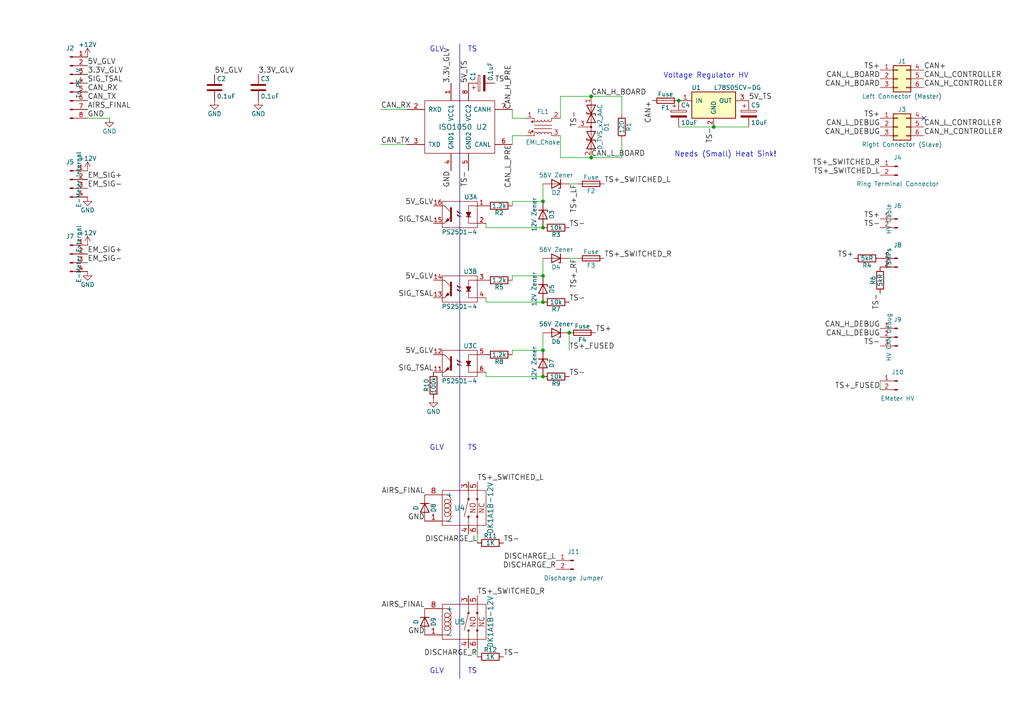
<source format=kicad_sch>
(kicad_sch (version 20230121) (generator eeschema)
  (paper "A4")
  (lib_symbols
    (symbol "Connector_Generic:Conn_02x03_Top_Bottom" (pin_names (offset 1.016) hide)
      (property "Reference" "J" (at 1.27 5.08 0))
      (property "Value" "Conn_02x03_Top_Bottom" (at 1.27 -5.08 0))
      (symbol "Conn_02x03_Top_Bottom_1_1"
        (rectangle (start -1.27 -2.413) (end 0 -2.667) (stroke (width 0.1524)))
        (rectangle (start -1.27 0.127) (end 0 -0.127) (stroke (width 0.1524)))
        (rectangle (start -1.27 2.667) (end 0 2.413) (stroke (width 0.1524)))
        (rectangle (start -1.27 3.81) (end 3.81 -3.81) (stroke (width 0.254)) (fill (type background)))
        (rectangle (start 3.81 -2.413) (end 2.54 -2.667) (stroke (width 0.1524)))
        (rectangle (start 3.81 0.127) (end 2.54 -0.127) (stroke (width 0.1524)))
        (rectangle (start 3.81 2.667) (end 2.54 2.413) (stroke (width 0.1524)))
        (pin passive line (at -5.08 2.54 0) (length 3.81) (name "Pin_1") (number "1"))
        (pin passive line (at -5.08 0 0) (length 3.81) (name "Pin_2") (number "2"))
        (pin passive line (at -5.08 -2.54 0) (length 3.81) (name "Pin_3") (number "3"))
        (pin passive line (at 7.62 2.54 180) (length 3.81) (name "Pin_4") (number "4"))
        (pin passive line (at 7.62 0 180) (length 3.81) (name "Pin_5") (number "5"))
        (pin passive line (at 7.62 -2.54 180) (length 3.81) (name "Pin_6") (number "6"))
      )
    )
    (symbol "Device:C" (pin_numbers hide) (pin_names (offset 0.254))
      (property "Reference" "C" (at 0.635 2.54 0))
      (property "Value" "C" (at 0.635 -2.54 0))
      (symbol "C_0_1"
        (polyline (pts (xy -2.032 -0.762) (xy 2.032 -0.762)) (stroke (width 0.508)))
        (polyline (pts (xy -2.032 0.762) (xy 2.032 0.762)) (stroke (width 0.508)))
      )
      (symbol "C_1_1"
        (pin passive line (at 0 3.81 270) (length 2.794) (name "~") (number "1"))
        (pin passive line (at 0 -3.81 90) (length 2.794) (name "~") (number "2"))
      )
    )
    (symbol "Device:D" (pin_numbers hide) (pin_names (offset 1.016) hide)
      (property "Reference" "D" (at 0 2.54 0))
      (property "Value" "D" (at 0 -2.54 0))
      (symbol "D_0_1"
        (polyline (pts (xy -1.27 1.27) (xy -1.27 -1.27)) (stroke (width 0.254)))
        (polyline (pts (xy 1.27 0) (xy -1.27 0)))
        (polyline (pts (xy 1.27 1.27) (xy 1.27 -1.27) (xy -1.27 0) (xy 1.27 1.27)) (stroke (width 0.254)))
      )
      (symbol "D_1_1"
        (pin passive line (at -3.81 0 0) (length 2.54) (name "K") (number "1"))
        (pin passive line (at 3.81 0 180) (length 2.54) (name "A") (number "2"))
      )
    )
    (symbol "Device:D_Zener" (pin_numbers hide) (pin_names (offset 1.016) hide)
      (property "Reference" "D" (at 0 2.54 0))
      (property "Value" "D_Zener" (at 0 -2.54 0))
      (symbol "D_Zener_0_1"
        (polyline (pts (xy 1.27 0) (xy -1.27 0)))
        (polyline (pts (xy -1.27 -1.27) (xy -1.27 1.27) (xy -0.762 1.27)) (stroke (width 0.254)))
        (polyline (pts (xy 1.27 -1.27) (xy 1.27 1.27) (xy -1.27 0) (xy 1.27 -1.27)) (stroke (width 0.254)))
      )
      (symbol "D_Zener_1_1"
        (pin passive line (at -3.81 0 0) (length 2.54) (name "K") (number "1"))
        (pin passive line (at 3.81 0 180) (length 2.54) (name "A") (number "2"))
      )
    )
    (symbol "Device:Fuse" (pin_numbers hide) (pin_names (offset 0))
      (property "Reference" "F" (at 2.032 0 90))
      (property "Value" "Fuse" (at -1.905 0 90))
      (symbol "Fuse_0_1"
        (rectangle (start -0.762 -2.54) (end 0.762 2.54) (stroke (width 0.254)))
        (polyline (pts (xy 0 2.54) (xy 0 -2.54)))
      )
      (symbol "Fuse_1_1"
        (pin passive line (at 0 3.81 270) (length 1.27) (name "~") (number "1"))
        (pin passive line (at 0 -3.81 90) (length 1.27) (name "~") (number "2"))
      )
    )
    (symbol "Device:R" (pin_numbers hide) (pin_names (offset 0))
      (property "Reference" "R" (at 2.032 0 90))
      (property "Value" "R" (at 0 0 90))
      (symbol "R_0_1"
        (rectangle (start -1.016 -2.54) (end 1.016 2.54) (stroke (width 0.254)))
      )
      (symbol "R_1_1"
        (pin passive line (at 0 3.81 270) (length 1.27) (name "~") (number "1"))
        (pin passive line (at 0 -3.81 90) (length 1.27) (name "~") (number "2"))
      )
    )
    (symbol "FS_FINAL:DK1A1B-12V" (pin_names (offset 1.016))
      (property "Reference" "U" (at -2.54 0 0))
      (property "Value" "DK1A1B-12V" (at 6.35 0 90))
      (symbol "DK1A1B-12V_0_0"
        (text "NC" (at 3.81 0 900) (effects (font (size 1.524 1.524))))
        (text "NO" (at 1.27 0 900) (effects (font (size 1.524 1.524))))
      )
      (symbol "DK1A1B-12V_0_1"
        (arc (start -6.35 -3.81) (mid -5.0855 -2.54) (end -6.35 -1.27) (stroke (width 0.1524)))
        (arc (start -6.35 -2.54) (mid -5.0855 -1.27) (end -6.35 0) (stroke (width 0.1524)))
        (arc (start -6.35 -1.27) (mid -6.9823 -1.905) (end -6.35 -2.54) (stroke (width 0.1524)))
        (arc (start -6.35 -1.27) (mid -5.0855 0) (end -6.35 1.27) (stroke (width 0.1524)))
        (arc (start -6.35 0) (mid -6.9823 -0.635) (end -6.35 -1.27) (stroke (width 0.1524)))
        (arc (start -6.35 0) (mid -5.0855 1.27) (end -6.35 2.54) (stroke (width 0.1524)))
        (arc (start -6.35 1.27) (mid -6.9823 0.635) (end -6.35 0) (stroke (width 0.1524)))
        (arc (start -6.35 1.27) (mid -5.0855 2.54) (end -6.35 3.81) (stroke (width 0.1524)))
        (arc (start -6.35 2.54) (mid -6.9823 1.905) (end -6.35 1.27) (stroke (width 0.1524)))
        (circle (center 0 -2.54) (radius 0.254) (stroke (width 0.1524)) (fill (type outline)))
        (polyline (pts (xy -7.62 -3.81) (xy -6.35 -3.81)) (stroke (width 0.1524)))
        (polyline (pts (xy -7.62 3.81) (xy -6.35 3.81)) (stroke (width 0.1524)))
        (polyline (pts (xy 0 -5.08) (xy 0 -2.54)) (stroke (width 0.1524)))
        (polyline (pts (xy 2.54 -5.08) (xy 2.54 5.08)) (stroke (width 0.1524)) (fill (type outline)))
        (polyline (pts (xy 0 5.08) (xy 0 2.54) (xy -1.27 -2.54)) (stroke (width 0.1524)))
        (circle (center 0 2.54) (radius 0.254) (stroke (width 0.1524)) (fill (type outline)))
        (circle (center 2.54 -2.54) (radius 0.254) (stroke (width 0.1524)) (fill (type outline)))
        (circle (center 2.54 2.54) (radius 0.254) (stroke (width 0.1524)) (fill (type outline)))
        (rectangle (start 5.08 5.08) (end -7.62 -5.08) (stroke (width 0.1524)))
      )
      (symbol "DK1A1B-12V_1_1"
        (pin power_in line (at -12.7 -3.81 0) (length 5.08) (name "-") (number "1"))
        (pin passive line (at 0 7.62 270) (length 2.54) (name "~") (number "3"))
        (pin passive line (at 0 -7.62 90) (length 2.54) (name "~") (number "4"))
        (pin passive line (at 2.54 7.62 270) (length 2.54) (name "~") (number "5"))
        (pin passive line (at 2.54 -7.62 90) (length 2.54) (name "~") (number "6"))
        (pin power_in line (at -12.7 3.81 0) (length 5.08) (name "+") (number "8"))
      )
    )
    (symbol "FS_FINAL:EMI_Choke" (pin_names (offset 0.254) hide)
      (property "Reference" "FL" (at 0 4.445 0))
      (property "Value" "EMI_Choke" (at 0 -4.445 0))
      (property "Datasheet" "http://www.murata.com/~/media/webrenewal/support/library/catalog/products/emc/emifil/c30e.ashx?la=en-gb" (at 0 1.016 90))
      (symbol "EMI_Choke_0_1"
        (circle (center -3.048 -1.27) (radius 0.254) (fill (type outline)))
        (circle (center -3.048 1.524) (radius 0.254) (fill (type outline)))
        (arc (start -2.54 2.032) (mid -2.032 1.5262) (end -1.524 2.032))
        (arc (start -1.524 -2.032) (mid -2.032 -1.5262) (end -2.54 -2.032))
        (arc (start -1.524 2.032) (mid -1.016 1.5262) (end -0.508 2.032))
        (arc (start -0.508 -2.032) (mid -1.016 -1.5262) (end -1.524 -2.032))
        (arc (start -0.508 2.032) (mid 0 1.5262) (end 0.508 2.032))
        (polyline (pts (xy -2.54 -2.032) (xy -2.54 -2.54)))
        (polyline (pts (xy -2.54 0.508) (xy 2.54 0.508)))
        (polyline (pts (xy -2.54 2.032) (xy -2.54 2.54)))
        (polyline (pts (xy 2.54 -2.032) (xy 2.54 -2.54)))
        (polyline (pts (xy 2.54 -0.508) (xy -2.54 -0.508)))
        (polyline (pts (xy 2.54 2.54) (xy 2.54 2.032)))
        (arc (start 0.508 -2.032) (mid 0 -1.5262) (end -0.508 -2.032))
        (arc (start 0.508 2.032) (mid 1.016 1.5262) (end 1.524 2.032))
        (arc (start 1.524 -2.032) (mid 1.016 -1.5262) (end 0.508 -2.032))
        (arc (start 1.524 2.032) (mid 2.032 1.5262) (end 2.54 2.032))
        (arc (start 2.54 -2.032) (mid 2.032 -1.5262) (end 1.524 -2.032))
      )
      (symbol "EMI_Choke_1_1"
        (pin passive line (at -5.08 2.54 0) (length 2.54) (name "1") (number "1"))
        (pin passive line (at 5.08 2.54 180) (length 2.54) (name "2") (number "2"))
        (pin passive line (at 5.08 -2.54 180) (length 2.54) (name "3") (number "3"))
        (pin passive line (at -5.08 -2.54 0) (length 2.54) (name "4") (number "4"))
      )
    )
    (symbol "FS_FINAL:ISO1050" (pin_names (offset 1.016))
      (property "Reference" "U" (at 6.35 0 0))
      (property "Value" "ISO1050" (at -1.27 0 0))
      (symbol "ISO1050_0_1"
        (rectangle (start 10.16 7.62) (end -10.16 -7.62))
      )
      (symbol "ISO1050_1_1"
        (pin power_in line (at -2.54 12.7 270) (length 5.08) (name "VCC1") (number "1"))
        (pin output line (at -15.24 5.08 0) (length 5.08) (name "RXD") (number "2"))
        (pin input line (at -15.24 -5.08 0) (length 5.08) (name "TXD") (number "3"))
        (pin power_in line (at -2.54 -12.7 90) (length 5.08) (name "GND1") (number "4"))
        (pin power_in line (at 2.54 -12.7 90) (length 5.08) (name "GND2") (number "5"))
        (pin bidirectional line (at 15.24 -5.08 180) (length 5.08) (name "CANL") (number "6"))
        (pin bidirectional line (at 15.24 5.08 180) (length 5.08) (name "CANH") (number "7"))
        (pin power_in line (at 2.54 12.7 270) (length 5.08) (name "VCC2") (number "8"))
      )
    )
    (symbol "FS_FINAL:L78S05CV-DG" (pin_names (offset 1.016))
      (property "Reference" "U" (at -5.08 5.08 0))
      (property "Value" "L78S05CV-DG" (at 0 5.08 0))
      (symbol "L78S05CV-DG_0_1"
        (rectangle (start -6.35 3.81) (end 6.35 -3.81) (stroke (width 0.254)) (fill (type background)))
      )
      (symbol "L78S05CV-DG_1_1"
        (pin input line (at -10.16 1.27 0) (length 3.81) (name "IN") (number "1"))
        (pin power_in line (at 0 -6.35 90) (length 2.54) (name "GND") (number "2"))
        (pin power_out line (at 10.16 1.27 180) (length 3.81) (name "OUT") (number "3"))
      )
    )
    (symbol "FS_FINAL:PS2501-4" (pin_names (offset 1.016))
      (property "Reference" "U" (at -5.08 5.08 0))
      (property "Value" "PS2501-4" (at -5.08 -5.08 0))
      (symbol "PS2501-4_0_1"
        (rectangle (start -5.08 3.81) (end 5.08 -3.81))
        (polyline (pts (xy -3.175 -0.635) (xy -1.905 -0.635)) (stroke (width 0.254)))
        (polyline (pts (xy 2.54 0.635) (xy 4.445 2.54)))
        (polyline (pts (xy 4.445 -2.54) (xy 2.54 -0.635)) (fill (type outline)))
        (polyline (pts (xy 4.445 -2.54) (xy 5.08 -2.54)))
        (polyline (pts (xy 4.445 2.54) (xy 5.08 2.54)))
        (polyline (pts (xy -5.08 2.54) (xy -2.54 2.54) (xy -2.54 0.635)))
        (polyline (pts (xy -2.54 -0.635) (xy -2.54 -2.54) (xy -5.08 -2.54)))
        (polyline (pts (xy 2.54 1.905) (xy 2.54 -1.905) (xy 2.54 -1.905)) (stroke (width 0.508)))
        (polyline (pts (xy -2.54 -0.635) (xy -3.175 0.635) (xy -1.905 0.635) (xy -2.54 -0.635)) (stroke (width 0.254)) (fill (type outline)))
        (polyline (pts (xy -0.508 0.254) (xy 0.0254 0.762) (xy 0.0254 0.254) (xy 0.7874 1.016)))
        (polyline (pts (xy 0.7874 1.016) (xy 0.2794 0.762) (xy 0.5334 0.508) (xy 0.7874 1.016)))
        (polyline (pts (xy 3.048 -1.651) (xy 3.556 -1.143) (xy 4.064 -2.159) (xy 3.048 -1.651) (xy 3.048 -1.651)) (fill (type outline)))
        (polyline (pts (xy -0.508 -0.762) (xy 0.0254 -0.254) (xy 0.0254 -0.762) (xy 0.7874 0) (xy 0.2794 -0.254) (xy 0.5334 -0.508) (xy 0.7874 0)))
      )
      (symbol "PS2501-4_1_1"
        (pin passive line (at -7.62 2.54 0) (length 2.54) (name "~") (number "1"))
        (pin passive line (at 7.62 -2.54 180) (length 2.54) (name "~") (number "15"))
        (pin passive line (at 7.62 2.54 180) (length 2.54) (name "~") (number "16"))
        (pin passive line (at -7.62 -2.54 0) (length 2.54) (name "~") (number "2"))
      )
      (symbol "PS2501-4_2_1"
        (pin passive line (at 7.62 -2.54 180) (length 2.54) (name "~") (number "13"))
        (pin passive line (at 7.62 2.54 180) (length 2.54) (name "~") (number "14"))
        (pin passive line (at -7.62 2.54 0) (length 2.54) (name "~") (number "3"))
        (pin passive line (at -7.62 -2.54 0) (length 2.54) (name "~") (number "4"))
      )
      (symbol "PS2501-4_3_1"
        (pin passive line (at 7.62 -2.54 180) (length 2.54) (name "~") (number "11"))
        (pin passive line (at 7.62 2.54 180) (length 2.54) (name "~") (number "12"))
        (pin passive line (at -7.62 2.54 0) (length 2.54) (name "~") (number "5"))
        (pin passive line (at -7.62 -2.54 0) (length 2.54) (name "~") (number "6"))
      )
      (symbol "PS2501-4_4_1"
        (pin passive line (at 7.62 2.54 180) (length 2.54) (name "~") (number "10"))
        (pin passive line (at -7.62 2.54 0) (length 2.54) (name "~") (number "7"))
        (pin passive line (at -7.62 -2.54 0) (length 2.54) (name "~") (number "8"))
        (pin passive line (at 7.62 -2.54 180) (length 2.54) (name "~") (number "9"))
      )
    )
    (symbol "PEBoardHV-rescue:CP-Device" (pin_numbers hide) (pin_names (offset 0.254))
      (property "Reference" "C" (at 0.635 2.54 0))
      (property "Value" "Device_CP" (at 0.635 -2.54 0))
      (symbol "CP-Device_0_1"
        (rectangle (start -2.286 0.508) (end 2.286 1.016))
        (polyline (pts (xy -1.778 2.286) (xy -0.762 2.286)))
        (polyline (pts (xy -1.27 2.794) (xy -1.27 1.778)))
        (rectangle (start 2.286 -0.508) (end -2.286 -1.016) (fill (type outline)))
      )
      (symbol "CP-Device_1_1"
        (pin passive line (at 0 3.81 270) (length 2.794) (name "~") (number "1"))
        (pin passive line (at 0 -3.81 90) (length 2.794) (name "~") (number "2"))
      )
    )
    (symbol "PEBoardHV-rescue:Conn_01x01_Male-Connector" (pin_names (offset 1.016) hide)
      (property "Reference" "J" (at 0 2.54 0))
      (property "Value" "Connector_Conn_01x01_Male" (at 0 -2.54 0))
      (symbol "Conn_01x01_Male-Connector_1_1"
        (polyline (pts (xy 1.27 0) (xy 0.8636 0)) (stroke (width 0.1524)))
        (rectangle (start 0.8636 0.127) (end 0 -0.127) (stroke (width 0.1524)) (fill (type outline)))
        (pin passive line (at 5.08 0 180) (length 3.81) (name "Pin_1") (number "1"))
      )
    )
    (symbol "PEBoardHV-rescue:Conn_01x02_Male-Connector" (pin_names (offset 1.016) hide)
      (property "Reference" "J" (at 0 2.54 0))
      (property "Value" "Connector_Conn_01x02_Male" (at 0 -5.08 0))
      (symbol "Conn_01x02_Male-Connector_1_1"
        (polyline (pts (xy 1.27 -2.54) (xy 0.8636 -2.54)) (stroke (width 0.1524)))
        (polyline (pts (xy 1.27 0) (xy 0.8636 0)) (stroke (width 0.1524)))
        (rectangle (start 0.8636 -2.413) (end 0 -2.667) (stroke (width 0.1524)) (fill (type outline)))
        (rectangle (start 0.8636 0.127) (end 0 -0.127) (stroke (width 0.1524)) (fill (type outline)))
        (pin passive line (at 5.08 0 180) (length 3.81) (name "Pin_1") (number "1"))
        (pin passive line (at 5.08 -2.54 180) (length 3.81) (name "Pin_2") (number "2"))
      )
    )
    (symbol "PEBoardHV-rescue:Conn_01x03_Male-Connector" (pin_names (offset 1.016) hide)
      (property "Reference" "J" (at 0 5.08 0))
      (property "Value" "Connector_Conn_01x03_Male" (at 0 -5.08 0))
      (symbol "Conn_01x03_Male-Connector_1_1"
        (polyline (pts (xy 1.27 -2.54) (xy 0.8636 -2.54)) (stroke (width 0.1524)))
        (polyline (pts (xy 1.27 0) (xy 0.8636 0)) (stroke (width 0.1524)))
        (polyline (pts (xy 1.27 2.54) (xy 0.8636 2.54)) (stroke (width 0.1524)))
        (rectangle (start 0.8636 -2.413) (end 0 -2.667) (stroke (width 0.1524)) (fill (type outline)))
        (rectangle (start 0.8636 0.127) (end 0 -0.127) (stroke (width 0.1524)) (fill (type outline)))
        (rectangle (start 0.8636 2.667) (end 0 2.413) (stroke (width 0.1524)) (fill (type outline)))
        (pin passive line (at 5.08 2.54 180) (length 3.81) (name "Pin_1") (number "1"))
        (pin passive line (at 5.08 0 180) (length 3.81) (name "Pin_2") (number "2"))
        (pin passive line (at 5.08 -2.54 180) (length 3.81) (name "Pin_3") (number "3"))
      )
    )
    (symbol "PEBoardHV-rescue:Conn_01x04_Male-Connector" (pin_names (offset 1.016) hide)
      (property "Reference" "J" (at 0 5.08 0))
      (property "Value" "Connector_Conn_01x04_Male" (at 0 -7.62 0))
      (symbol "Conn_01x04_Male-Connector_1_1"
        (polyline (pts (xy 1.27 -5.08) (xy 0.8636 -5.08)) (stroke (width 0.1524)))
        (polyline (pts (xy 1.27 -2.54) (xy 0.8636 -2.54)) (stroke (width 0.1524)))
        (polyline (pts (xy 1.27 0) (xy 0.8636 0)) (stroke (width 0.1524)))
        (polyline (pts (xy 1.27 2.54) (xy 0.8636 2.54)) (stroke (width 0.1524)))
        (rectangle (start 0.8636 -4.953) (end 0 -5.207) (stroke (width 0.1524)) (fill (type outline)))
        (rectangle (start 0.8636 -2.413) (end 0 -2.667) (stroke (width 0.1524)) (fill (type outline)))
        (rectangle (start 0.8636 0.127) (end 0 -0.127) (stroke (width 0.1524)) (fill (type outline)))
        (rectangle (start 0.8636 2.667) (end 0 2.413) (stroke (width 0.1524)) (fill (type outline)))
        (pin passive line (at 5.08 2.54 180) (length 3.81) (name "Pin_1") (number "1"))
        (pin passive line (at 5.08 0 180) (length 3.81) (name "Pin_2") (number "2"))
        (pin passive line (at 5.08 -2.54 180) (length 3.81) (name "Pin_3") (number "3"))
        (pin passive line (at 5.08 -5.08 180) (length 3.81) (name "Pin_4") (number "4"))
      )
    )
    (symbol "PEBoardHV-rescue:Conn_01x08_Male-Connector" (pin_names (offset 1.016) hide)
      (property "Reference" "J" (at 0 10.16 0))
      (property "Value" "Connector_Conn_01x08_Male" (at 0 -12.7 0))
      (symbol "Conn_01x08_Male-Connector_1_1"
        (polyline (pts (xy 1.27 -10.16) (xy 0.8636 -10.16)) (stroke (width 0.1524)))
        (polyline (pts (xy 1.27 -7.62) (xy 0.8636 -7.62)) (stroke (width 0.1524)))
        (polyline (pts (xy 1.27 -5.08) (xy 0.8636 -5.08)) (stroke (width 0.1524)))
        (polyline (pts (xy 1.27 -2.54) (xy 0.8636 -2.54)) (stroke (width 0.1524)))
        (polyline (pts (xy 1.27 0) (xy 0.8636 0)) (stroke (width 0.1524)))
        (polyline (pts (xy 1.27 2.54) (xy 0.8636 2.54)) (stroke (width 0.1524)))
        (polyline (pts (xy 1.27 5.08) (xy 0.8636 5.08)) (stroke (width 0.1524)))
        (polyline (pts (xy 1.27 7.62) (xy 0.8636 7.62)) (stroke (width 0.1524)))
        (rectangle (start 0.8636 -10.033) (end 0 -10.287) (stroke (width 0.1524)) (fill (type outline)))
        (rectangle (start 0.8636 -7.493) (end 0 -7.747) (stroke (width 0.1524)) (fill (type outline)))
        (rectangle (start 0.8636 -4.953) (end 0 -5.207) (stroke (width 0.1524)) (fill (type outline)))
        (rectangle (start 0.8636 -2.413) (end 0 -2.667) (stroke (width 0.1524)) (fill (type outline)))
        (rectangle (start 0.8636 0.127) (end 0 -0.127) (stroke (width 0.1524)) (fill (type outline)))
        (rectangle (start 0.8636 2.667) (end 0 2.413) (stroke (width 0.1524)) (fill (type outline)))
        (rectangle (start 0.8636 5.207) (end 0 4.953) (stroke (width 0.1524)) (fill (type outline)))
        (rectangle (start 0.8636 7.747) (end 0 7.493) (stroke (width 0.1524)) (fill (type outline)))
        (pin passive line (at 5.08 7.62 180) (length 3.81) (name "Pin_1") (number "1"))
        (pin passive line (at 5.08 5.08 180) (length 3.81) (name "Pin_2") (number "2"))
        (pin passive line (at 5.08 2.54 180) (length 3.81) (name "Pin_3") (number "3"))
        (pin passive line (at 5.08 0 180) (length 3.81) (name "Pin_4") (number "4"))
        (pin passive line (at 5.08 -2.54 180) (length 3.81) (name "Pin_5") (number "5"))
        (pin passive line (at 5.08 -5.08 180) (length 3.81) (name "Pin_6") (number "6"))
        (pin passive line (at 5.08 -7.62 180) (length 3.81) (name "Pin_7") (number "7"))
        (pin passive line (at 5.08 -10.16 180) (length 3.81) (name "Pin_8") (number "8"))
      )
    )
    (symbol "PEBoardHV-rescue:D_TVS_x2_AAC-Device" (pin_names (offset 1.016) hide)
      (property "Reference" "D" (at 0 4.445 0))
      (property "Value" "Device_D_TVS_x2_AAC" (at 0 2.54 0))
      (symbol "D_TVS_x2_AAC-Device_0_0"
        (polyline (pts (xy 0 -1.27) (xy 0 0)))
      )
      (symbol "D_TVS_x2_AAC-Device_0_1"
        (polyline (pts (xy -6.35 0) (xy 6.35 0)))
        (polyline (pts (xy -3.302 1.27) (xy -3.81 1.27) (xy -3.81 -1.27) (xy -4.318 -1.27)) (stroke (width 0.254)))
        (polyline (pts (xy 4.318 1.27) (xy 3.81 1.27) (xy 3.81 -1.27) (xy 3.302 -1.27)) (stroke (width 0.254)))
        (polyline (pts (xy -6.35 1.27) (xy -1.27 -1.27) (xy -1.27 1.27) (xy -6.35 -1.27) (xy -6.35 1.27)) (stroke (width 0.254)))
        (polyline (pts (xy 6.35 1.27) (xy 1.27 -1.27) (xy 1.27 1.27) (xy 6.35 -1.27) (xy 6.35 1.27)) (stroke (width 0.254)))
        (circle (center 0 0) (radius 0.254) (fill (type outline)))
      )
      (symbol "D_TVS_x2_AAC-Device_1_1"
        (pin passive line (at -8.89 0 0) (length 2.54) (name "A1") (number "1"))
        (pin passive line (at 8.89 0 180) (length 2.54) (name "A2") (number "2"))
        (pin input line (at 0 -3.81 90) (length 2.54) (name "common") (number "3"))
      )
    )
    (symbol "power:+12V" (power) (pin_names (offset 0))
      (property "Value" "+12V" (at 0 3.556 0))
      (symbol "+12V_0_1"
        (polyline (pts (xy -0.762 1.27) (xy 0 2.54)))
        (polyline (pts (xy 0 0) (xy 0 2.54)))
        (polyline (pts (xy 0 2.54) (xy 0.762 1.27)))
      )
      (symbol "+12V_1_1"
        (pin power_in line (at 0 0 90) (length 0) hide (name "+12V") (number "1"))
      )
    )
    (symbol "power:GND" (power) (pin_names (offset 0))
      (property "Value" "GND" (at 0 -3.81 0))
      (symbol "GND_0_1"
        (polyline (pts (xy 0 0) (xy 0 -1.27) (xy 1.27 -1.27) (xy 0 -2.54) (xy -1.27 -1.27) (xy 0 -1.27)))
      )
      (symbol "GND_1_1"
        (pin power_in line (at 0 0 270) (length 0) hide (name "GND") (number "1"))
      )
    )
  )
  (junction (at 157.48 87.63))
  (junction (at 157.48 109.22))
  (junction (at 171.45 45.72))
  (junction (at 171.45 27.94))
  (junction (at 196.85 29.21))
  (junction (at 157.48 66.04))
  (junction (at 157.48 58.42))
  (junction (at 157.48 80.01))
  (junction (at 165.1 96.52))
  (junction (at 157.48 101.6))
  (junction (at 207.01 36.83))
  (no_connect (at 267.97 34.29))
  (wire (pts (xy 140.97 66.04) (xy 157.48 66.04)))
  (wire (pts (xy 157.48 58.42) (xy 148.59 58.42)))
  (wire (pts (xy 148.59 39.37) (xy 152.4 39.37)))
  (polyline (pts (xy 133.35 12.7) (xy 133.35 196.85)))
  (wire (pts (xy 162.56 34.29) (xy 162.56 27.94)))
  (wire (pts (xy 140.97 64.77) (xy 140.97 66.04)))
  (wire (pts (xy 138.43 187.96) (xy 138.43 190.5)))
  (wire (pts (xy 157.48 74.93) (xy 157.48 80.01)))
  (wire (pts (xy 148.59 101.6) (xy 148.59 102.87)))
  (wire (pts (xy 180.34 45.72) (xy 180.34 40.64)))
  (wire (pts (xy 140.97 87.63) (xy 157.48 87.63)))
  (wire (pts (xy 167.64 53.34) (xy 165.1 53.34)))
  (wire (pts (xy 140.97 107.95) (xy 140.97 109.22)))
  (wire (pts (xy 157.48 80.01) (xy 148.59 80.01)))
  (wire (pts (xy 180.34 27.94) (xy 180.34 33.02)))
  (wire (pts (xy 167.64 74.93) (xy 165.1 74.93)))
  (wire (pts (xy 138.43 157.48) (xy 138.43 154.94)))
  (wire (pts (xy 148.59 34.29) (xy 152.4 34.29)))
  (wire (pts (xy 110.49 41.91) (xy 118.11 41.91)))
  (wire (pts (xy 255.27 110.49) (xy 255.27 113.03)))
  (wire (pts (xy 140.97 109.22) (xy 157.48 109.22)))
  (wire (pts (xy 31.75 34.29) (xy 25.4 34.29)))
  (wire (pts (xy 110.49 31.75) (xy 118.11 31.75)))
  (wire (pts (xy 157.48 96.52) (xy 157.48 101.6)))
  (wire (pts (xy 165.1 101.6) (xy 165.1 96.52)))
  (wire (pts (xy 148.59 80.01) (xy 148.59 81.28)))
  (wire (pts (xy 196.85 36.83) (xy 207.01 36.83)))
  (wire (pts (xy 162.56 45.72) (xy 171.45 45.72)))
  (wire (pts (xy 171.45 27.94) (xy 180.34 27.94)))
  (wire (pts (xy 207.01 36.83) (xy 217.17 36.83)))
  (wire (pts (xy 140.97 86.36) (xy 140.97 87.63)))
  (wire (pts (xy 171.45 45.72) (xy 180.34 45.72)))
  (wire (pts (xy 162.56 39.37) (xy 162.56 45.72)))
  (wire (pts (xy 148.59 31.75) (xy 148.59 34.29)))
  (wire (pts (xy 148.59 58.42) (xy 148.59 59.69)))
  (wire (pts (xy 148.59 41.91) (xy 148.59 39.37)))
  (wire (pts (xy 157.48 101.6) (xy 148.59 101.6)))
  (wire (pts (xy 162.56 27.94) (xy 171.45 27.94)))
  (wire (pts (xy 157.48 53.34) (xy 157.48 58.42)))
  (text "Voltage Regulator HV" (at 217.17 22.86 0) (effects (font (size 1.524 1.524)) (justify right bottom)))
  (text "GLV      TS" (at 138.43 195.58 0) (effects (font (size 1.524 1.524)) (justify right bottom)))
  (text "GLV      TS" (at 138.43 130.81 0) (effects (font (size 1.524 1.524)) (justify right bottom)))
  (text "Needs (Small) Heat Sink!" (at 195.58 45.72 0) (effects (font (size 1.524 1.524)) (justify left bottom)))
  (text "GLV      TS" (at 138.43 15.24 0) (effects (font (size 1.524 1.524)) (justify right bottom)))
  (label "TS+" (at 172.72 96.52 0) (effects (font (size 1.524 1.524))))
  (label "GND" (at 130.81 49.53 270) (effects (font (size 1.524 1.524))))
  (label "CAN_L_DEBUG" (at 255.27 97.79 180) (effects (font (size 1.524 1.524))))
  (label "TS+" (at 255.27 63.5 180) (effects (font (size 1.524 1.524))))
  (label "CAN_RX" (at 25.4 26.67 0) (effects (font (size 1.524 1.524))))
  (label "CAN_TX" (at 25.4 29.21 0) (effects (font (size 1.524 1.524))))
  (label "CAN_L_DEBUG" (at 255.27 36.83 180) (effects (font (size 1.524 1.524))))
  (label "GND" (at 123.19 151.13 180) (effects (font (size 1.524 1.524))))
  (label "TS+_SWITCHED_R" (at 175.26 74.93 0) (effects (font (size 1.524 1.524))))
  (label "TS+" (at 255.27 20.32 180) (effects (font (size 1.524 1.524))))
  (label "DISCHARGE_L" (at 161.29 162.56 180) (effects (font (size 1.524 1.524))))
  (label "TS-" (at 345.44 153.67 180) (effects (font (size 1.524 1.524))))
  (label "3.3V_GLV" (at 74.93 21.59 0) (effects (font (size 1.524 1.524))))
  (label "CAN_H_DEBUG" (at 255.27 95.25 180) (effects (font (size 1.524 1.524))))
  (label "TS-" (at 255.27 66.04 180) (effects (font (size 1.524 1.524))))
  (label "TS-" (at 165.1 109.22 0) (effects (font (size 1.524 1.524))))
  (label "5V_TS" (at 217.17 29.21 0) (effects (font (size 1.524 1.524))))
  (label "CAN+" (at 189.23 29.21 270) (effects (font (size 1.524 1.524))))
  (label "CAN_L_CONTROLLER" (at 267.97 36.83 0) (effects (font (size 1.524 1.524))))
  (label "3.3V_GLV" (at 25.4 21.59 0) (effects (font (size 1.524 1.524))))
  (label "CAN_RX" (at 110.49 31.75 0) (effects (font (size 1.524 1.524))))
  (label "SIG_TSAL" (at 125.73 86.36 180) (effects (font (size 1.524 1.524))))
  (label "TS-" (at 167.64 36.83 90) (effects (font (size 1.524 1.524))))
  (label "TS+_SWITCHED_R" (at 255.27 48.26 180) (effects (font (size 1.524 1.524))))
  (label "5V_GLV" (at 125.73 81.28 180) (effects (font (size 1.524 1.524))))
  (label "DISCHARGE_L" (at 138.43 157.48 180) (effects (font (size 1.524 1.524))))
  (label "3.3V_GLV" (at 130.81 24.13 90) (effects (font (size 1.524 1.524))))
  (label "CAN_L_BOARD" (at 255.27 22.86 180) (effects (font (size 1.524 1.524))))
  (label "GND" (at 123.19 184.15 180) (effects (font (size 1.524 1.524))))
  (label "TS-" (at 255.27 100.33 180) (effects (font (size 1.524 1.524))))
  (label "SIG_TSAL" (at 125.73 107.95 180) (effects (font (size 1.524 1.524))))
  (label "EM_SIG-" (at 25.4 54.61 0) (effects (font (size 1.524 1.524))))
  (label "TS-" (at 146.05 190.5 0) (effects (font (size 1.524 1.524))))
  (label "TS+_RF" (at 167.64 74.93 270) (effects (font (size 1.524 1.524))))
  (label "TS+_SWITCHED_L" (at 175.26 53.34 0) (effects (font (size 1.524 1.524))))
  (label "TS-" (at 165.1 66.04 0) (effects (font (size 1.524 1.524))))
  (label "CAN_H_CONTROLLER" (at 267.97 39.37 0) (effects (font (size 1.524 1.524))))
  (label "5V_GLV" (at 125.73 102.87 180) (effects (font (size 1.524 1.524))))
  (label "CAN_TX" (at 110.49 41.91 0) (effects (font (size 1.524 1.524))))
  (label "TS-" (at 135.89 49.53 270) (effects (font (size 1.524 1.524))))
  (label "TS+_SWITCHED_R" (at 138.43 172.72 0) (effects (font (size 1.524 1.524))))
  (label "TS-" (at 345.44 161.29 180) (effects (font (size 1.524 1.524))))
  (label "5V_GLV" (at 62.23 21.59 0) (effects (font (size 1.524 1.524))))
  (label "CAN+" (at 267.97 20.32 0) (effects (font (size 1.524 1.524))))
  (label "CAN_H_BOARD" (at 255.27 25.4 180) (effects (font (size 1.524 1.524))))
  (label "TS-" (at 255.27 85.09 270) (effects (font (size 1.524 1.524))))
  (label "TS+_SWITCHED_L" (at 138.43 139.7 0) (effects (font (size 1.524 1.524))))
  (label "AIRS_FINAL" (at 123.19 143.51 180) (effects (font (size 1.524 1.524))))
  (label "SIG_TSAL" (at 25.4 24.13 0) (effects (font (size 1.524 1.524))))
  (label "TS-" (at 334.01 146.05 180) (effects (font (size 1.524 1.524))))
  (label "TS-" (at 165.1 87.63 0) (effects (font (size 1.524 1.524))))
  (label "5V_GLV" (at 25.4 19.05 0) (effects (font (size 1.524 1.524))))
  (label "GND" (at 25.4 34.29 0) (effects (font (size 1.524 1.524))))
  (label "EM_SIG+" (at 25.4 73.66 0) (effects (font (size 1.524 1.524))))
  (label "5V_GLV" (at 125.73 59.69 180) (effects (font (size 1.524 1.524))))
  (label "TS+_FUSED" (at 165.1 101.6 0) (effects (font (size 1.524 1.524))))
  (label "TS-" (at 207.01 36.83 270) (effects (font (size 1.524 1.524))))
  (label "DISCHARGE_R" (at 138.43 190.5 180) (effects (font (size 1.524 1.524))))
  (label "TS-" (at 334.01 153.67 180) (effects (font (size 1.524 1.524))))
  (label "TS+" (at 247.65 74.93 180) (effects (font (size 1.524 1.524))))
  (label "CAN_H_CONTROLLER" (at 267.97 25.4 0) (effects (font (size 1.524 1.524))))
  (label "AIRS_FINAL" (at 25.4 31.75 0) (effects (font (size 1.524 1.524))))
  (label "DISCHARGE_R" (at 161.29 165.1 180) (effects (font (size 1.524 1.524))))
  (label "TS-" (at 334.01 161.29 180) (effects (font (size 1.524 1.524))))
  (label "TS-" (at 345.44 146.05 180) (effects (font (size 1.524 1.524))))
  (label "TS-" (at 322.58 153.67 180) (effects (font (size 1.524 1.524))))
  (label "CAN_L_PRE" (at 148.59 41.91 270) (effects (font (size 1.524 1.524))))
  (label "AIRS_FINAL" (at 123.19 176.53 180) (effects (font (size 1.524 1.524))))
  (label "EM_SIG+" (at 25.4 52.07 0) (effects (font (size 1.524 1.524))))
  (label "TS+_LF" (at 167.64 53.34 270) (effects (font (size 1.524 1.524))))
  (label "TS+_SWITCHED_L" (at 255.27 50.8 180) (effects (font (size 1.524 1.524))))
  (label "CAN_H_PRE" (at 148.59 31.75 90) (effects (font (size 1.524 1.524))))
  (label "CAN_H_BOARD" (at 171.45 27.94 0) (effects (font (size 1.524 1.524))))
  (label "SIG_TSAL" (at 125.73 64.77 180) (effects (font (size 1.524 1.524))))
  (label "CAN_L_BOARD" (at 171.45 45.72 0) (effects (font (size 1.524 1.524))))
  (label "5V_TS" (at 135.89 24.13 90) (effects (font (size 1.524 1.524))))
  (label "TS-" (at 143.51 24.13 0) (effects (font (size 1.524 1.524))))
  (label "TS+_FUSED" (at 255.27 113.03 180) (effects (font (size 1.524 1.524))))
  (label "EM_SIG-" (at 25.4 76.2 0) (effects (font (size 1.524 1.524))))
  (label "TS-" (at 322.58 161.29 180) (effects (font (size 1.524 1.524))))
  (label "TS-" (at 322.58 146.05 180) (effects (font (size 1.524 1.524))))
  (label "CAN_H_DEBUG" (at 255.27 39.37 180) (effects (font (size 1.524 1.524))))
  (label "TS+" (at 255.27 34.29 180) (effects (font (size 1.524 1.524))))
  (label "TS-" (at 146.05 157.48 0) (effects (font (size 1.524 1.524))))
  (label "CAN_L_CONTROLLER" (at 267.97 22.86 0) (effects (font (size 1.524 1.524))))
  (symbol (lib_id "FS_FINAL:ISO1050") (at 133.35 36.83 0) (unit 1)
    (property "Reference" "U2" (at 139.7 36.83 0) (effects (font (size 1.524 1.524))))
    (property "Value" "ISO1050" (at 132.08 36.83 0) (effects (font (size 1.524 1.524))))
    (property "Footprint" "Housings_DIP:DIP-8_W8.89mm_SMDSocket_LongPads" (effects hide))
  )
  (symbol (lib_id "FS_FINAL:DK1A1B-12V") (at 135.89 147.32 0) (unit 1)
    (property "Reference" "U4" (at 133.35 147.32 0) (effects (font (size 1.524 1.524))))
    (property "Value" "DK1A1B-12V" (at 142.24 147.32 90) (effects (font (size 1.524 1.524))))
    (property "Footprint" "FSFootprints:DK1A1B-12V" (effects hide))
  )
  (symbol (lib_id "FS_FINAL:DK1A1B-12V") (at 135.89 180.34 0) (unit 1)
    (property "Reference" "U5" (at 133.35 180.34 0) (effects (font (size 1.524 1.524))))
    (property "Value" "DK1A1B-12V" (at 142.24 180.34 90) (effects (font (size 1.524 1.524))))
    (property "Footprint" "FSFootprints:DK1A1B-12V" (effects hide))
  )
  (symbol (lib_id "Device:R") (at 142.24 157.48 90) (unit 1)
    (property "Reference" "R11" (at 142.24 155.448 90))
    (property "Value" "1K" (at 142.24 157.48 90))
    (property "Footprint" "FSFootprints:TO-220-2_Horizontal_HeatSunk" (effects hide))
  )
  (symbol (lib_id "Device:R") (at 142.24 190.5 90) (unit 1)
    (property "Reference" "R12" (at 142.24 188.468 90))
    (property "Value" "1K" (at 142.24 190.5 90))
    (property "Footprint" "FSFootprints:TO-220-2_Horizontal_HeatSunk" (effects hide))
  )
  (symbol (lib_id "PEBoardHV-rescue:Conn_01x02_Male-Connector") (at 260.35 63.5 0) (mirror y) (unit 1)
    (property "Reference" "J6" (at 260.35 59.69 0))
    (property "Value" "HV Cable" (at 257.81 63.5 90))
    (property "Footprint" "Connectors_Molex:Molex_NanoFit_1x02x2.50mm_Straight" (effects hide))
  )
  (symbol (lib_id "PEBoardHV-rescue:Conn_01x02_Male-Connector") (at 260.35 74.93 0) (mirror y) (unit 1)
    (property "Reference" "J8" (at 260.35 71.12 0))
    (property "Value" "TSMPs" (at 257.81 74.93 90))
    (property "Footprint" "FSFootprints:DT15-2P" (effects hide))
  )
  (symbol (lib_id "Device:R") (at 251.46 74.93 270) (unit 1)
    (property "Reference" "R4" (at 251.46 76.962 90))
    (property "Value" "5kR" (at 251.46 74.93 90))
    (property "Footprint" "Resistors_THT:R_Axial_DIN0414_L11.9mm_D4.5mm_P20.32mm_Horizontal" (effects hide))
  )
  (symbol (lib_id "Device:R") (at 255.27 81.28 180) (unit 1)
    (property "Reference" "R6" (at 253.238 81.28 90))
    (property "Value" "5kR" (at 255.27 81.28 90))
    (property "Footprint" "Resistors_THT:R_Axial_DIN0414_L11.9mm_D4.5mm_P20.32mm_Horizontal" (effects hide))
  )
  (symbol (lib_id "FS_FINAL:L78S05CV-DG") (at 207.01 30.48 0) (unit 1)
    (property "Reference" "U1" (at 201.93 25.4 0))
    (property "Value" "L78S05CV-DG" (at 207.01 25.4 0) (effects (justify left)))
    (property "Footprint" "FSFootprints:TO-220-3_Horizontal_HeatSunk" (effects hide))
  )
  (symbol (lib_id "Device:D_Zener") (at 161.29 53.34 180) (unit 1)
    (property "Reference" "D2" (at 161.29 55.88 0))
    (property "Value" "56V Zener" (at 161.29 50.8 0))
    (property "Footprint" "Diodes_THT:D_A-405_P7.62mm_Horizontal" (effects hide))
  )
  (symbol (lib_id "Device:D_Zener") (at 157.48 62.23 270) (unit 1)
    (property "Reference" "D3" (at 160.02 62.23 0))
    (property "Value" "12V Zener" (at 154.94 62.23 0))
    (property "Footprint" "Diodes_THT:D_A-405_P7.62mm_Horizontal" (effects hide))
  )
  (symbol (lib_id "Device:R") (at 144.78 59.69 270) (unit 1)
    (property "Reference" "R2" (at 144.78 61.722 90))
    (property "Value" "1.2k" (at 144.78 59.69 90))
    (property "Footprint" "Resistors_THT:R_Axial_DIN0207_L6.3mm_D2.5mm_P10.16mm_Horizontal" (effects hide))
  )
  (symbol (lib_id "Device:D_Zener") (at 161.29 74.93 180) (unit 1)
    (property "Reference" "D4" (at 161.29 77.47 0))
    (property "Value" "56V Zener" (at 161.29 72.39 0))
    (property "Footprint" "Diodes_THT:D_A-405_P7.62mm_Horizontal" (effects hide))
  )
  (symbol (lib_id "Device:D_Zener") (at 157.48 83.82 270) (unit 1)
    (property "Reference" "D5" (at 160.02 83.82 0))
    (property "Value" "12V Zener" (at 154.94 83.82 0))
    (property "Footprint" "Diodes_THT:D_A-405_P7.62mm_Horizontal" (effects hide))
  )
  (symbol (lib_id "Device:R") (at 144.78 81.28 270) (unit 1)
    (property "Reference" "R5" (at 144.78 83.312 90))
    (property "Value" "1.2k" (at 144.78 81.28 90))
    (property "Footprint" "Resistors_THT:R_Axial_DIN0207_L6.3mm_D2.5mm_P10.16mm_Horizontal" (effects hide))
  )
  (symbol (lib_id "Device:D_Zener") (at 161.29 96.52 180) (unit 1)
    (property "Reference" "D6" (at 161.29 99.06 0))
    (property "Value" "56V Zener" (at 161.29 93.98 0))
    (property "Footprint" "Diodes_THT:D_A-405_P7.62mm_Horizontal" (effects hide))
  )
  (symbol (lib_id "Device:D_Zener") (at 157.48 105.41 270) (unit 1)
    (property "Reference" "D7" (at 160.02 105.41 0))
    (property "Value" "12V Zener" (at 154.94 105.41 0))
    (property "Footprint" "Diodes_THT:D_A-405_P7.62mm_Horizontal" (effects hide))
  )
  (symbol (lib_id "Device:R") (at 144.78 102.87 270) (unit 1)
    (property "Reference" "R8" (at 144.78 104.902 90))
    (property "Value" "1.2k" (at 144.78 102.87 90))
    (property "Footprint" "Resistors_THT:R_Axial_DIN0207_L6.3mm_D2.5mm_P10.16mm_Horizontal" (effects hide))
  )
  (symbol (lib_id "Device:Fuse") (at 171.45 53.34 270) (unit 1)
    (property "Reference" "F2" (at 171.45 55.372 90))
    (property "Value" "Fuse" (at 171.45 51.435 90))
    (property "Footprint" "FSFootprints:SMD Fuse" (effects hide))
  )
  (symbol (lib_id "Device:Fuse") (at 171.45 74.93 270) (unit 1)
    (property "Reference" "F3" (at 171.45 76.962 90))
    (property "Value" "Fuse" (at 171.45 73.025 90))
    (property "Footprint" "FSFootprints:SMD Fuse" (effects hide))
  )
  (symbol (lib_id "Device:Fuse") (at 168.91 96.52 270) (unit 1)
    (property "Reference" "F4" (at 168.91 98.552 90))
    (property "Value" "Fuse" (at 168.91 94.615 90))
    (property "Footprint" "FSFootprints:SMD Fuse" (effects hide))
  )
  (symbol (lib_id "Device:R") (at 161.29 66.04 270) (unit 1)
    (property "Reference" "R3" (at 161.29 68.072 90))
    (property "Value" "10k" (at 161.29 66.04 90))
    (property "Footprint" "Resistors_THT:R_Axial_DIN0411_L9.9mm_D3.6mm_P12.70mm_Horizontal" (effects hide))
  )
  (symbol (lib_id "Device:R") (at 161.29 87.63 270) (unit 1)
    (property "Reference" "R7" (at 161.29 89.662 90))
    (property "Value" "10k" (at 161.29 87.63 90))
    (property "Footprint" "Resistors_THT:R_Axial_DIN0411_L9.9mm_D3.6mm_P12.70mm_Horizontal" (effects hide))
  )
  (symbol (lib_id "Device:R") (at 161.29 109.22 270) (unit 1)
    (property "Reference" "R9" (at 161.29 111.252 90))
    (property "Value" "10k" (at 161.29 109.22 90))
    (property "Footprint" "Resistors_THT:R_Axial_DIN0411_L9.9mm_D3.6mm_P12.70mm_Horizontal" (effects hide))
  )
  (symbol (lib_id "PEBoardHV-rescue:Conn_01x08_Male-Connector") (at 20.32 24.13 0) (unit 1)
    (property "Reference" "J2" (at 20.32 13.97 0))
    (property "Value" "To PE LV" (at 22.86 24.13 90))
    (property "Footprint" "Connectors_Molex:Molex_NanoFit_2x04x2.50mm_Straight" (effects hide))
  )
  (symbol (lib_id "PEBoardHV-rescue:Conn_01x03_Male-Connector") (at 260.35 97.79 0) (mirror y) (unit 1)
    (property "Reference" "J9" (at 260.35 92.71 0))
    (property "Value" "HV CAN Debug" (at 257.81 97.79 90))
    (property "Footprint" "Connectors_Molex:Molex_NanoFit_1x03x2.50mm_Straight" (effects hide))
  )
  (symbol (lib_id "power:+12V") (at 25.4 16.51 0) (unit 1)
    (property "Reference" "#PWR01" (effects hide))
    (property "Value" "+12V" (at 25.4 12.954 0))
  )
  (symbol (lib_id "PEBoardHV-rescue:Conn_01x04_Male-Connector") (at 20.32 52.07 0) (unit 1)
    (property "Reference" "J5" (at 20.32 46.99 0))
    (property "Value" "E-Meter Internal" (at 22.86 52.07 90))
    (property "Footprint" "Connectors_Molex:Molex_NanoFit_2x02x2.50mm_Straight" (effects hide))
  )
  (symbol (lib_id "power:GND") (at 31.75 34.29 0) (unit 1)
    (property "Reference" "#PWR02" (effects hide))
    (property "Value" "GND" (at 31.75 38.1 0))
  )
  (symbol (lib_id "power:GND") (at 25.4 57.15 0) (unit 1)
    (property "Reference" "#PWR03" (effects hide))
    (property "Value" "GND" (at 25.4 60.96 0))
  )
  (symbol (lib_id "power:+12V") (at 25.4 49.53 0) (unit 1)
    (property "Reference" "#PWR04" (effects hide))
    (property "Value" "+12V" (at 25.4 45.974 0))
  )
  (symbol (lib_id "PEBoardHV-rescue:Conn_01x04_Male-Connector") (at 20.32 73.66 0) (unit 1)
    (property "Reference" "J7" (at 20.32 68.58 0))
    (property "Value" "E-Meter External" (at 22.86 73.66 90))
    (property "Footprint" "FSFootprints:DT15-4P" (effects hide))
  )
  (symbol (lib_id "power:GND") (at 25.4 78.74 0) (unit 1)
    (property "Reference" "#PWR05" (effects hide))
    (property "Value" "GND" (at 25.4 82.55 0))
  )
  (symbol (lib_id "power:+12V") (at 25.4 71.12 0) (unit 1)
    (property "Reference" "#PWR06" (effects hide))
    (property "Value" "+12V" (at 25.4 67.564 0))
  )
  (symbol (lib_id "PEBoardHV-rescue:CP-Device") (at 196.85 33.02 0) (unit 1)
    (property "Reference" "C4" (at 197.485 30.48 0) (effects (justify left)))
    (property "Value" "10uF" (at 197.485 35.56 0) (effects (justify left)))
    (property "Footprint" "Capacitors_THT:CP_Radial_D5.0mm_P2.50mm" (effects hide))
  )
  (symbol (lib_id "PEBoardHV-rescue:CP-Device") (at 217.17 33.02 0) (unit 1)
    (property "Reference" "C5" (at 217.805 30.48 0) (effects (justify left)))
    (property "Value" "10uF" (at 217.805 35.56 0) (effects (justify left)))
    (property "Footprint" "Capacitors_THT:CP_Radial_D5.0mm_P2.50mm" (effects hide))
  )
  (symbol (lib_id "Device:C") (at 62.23 25.4 0) (unit 1)
    (property "Reference" "C2" (at 62.865 22.86 0) (effects (justify left)))
    (property "Value" "0.1uF" (at 62.865 27.94 0) (effects (justify left)))
    (property "Footprint" "Capacitors_THT:C_Disc_D3.0mm_W1.6mm_P2.50mm" (effects hide))
  )
  (symbol (lib_id "Device:C") (at 74.93 25.4 0) (unit 1)
    (property "Reference" "C3" (at 75.565 22.86 0) (effects (justify left)))
    (property "Value" "0.1uF" (at 75.565 27.94 0) (effects (justify left)))
    (property "Footprint" "Capacitors_THT:C_Disc_D4.3mm_W1.9mm_P5.00mm" (effects hide))
  )
  (symbol (lib_id "power:GND") (at 62.23 29.21 0) (unit 1)
    (property "Reference" "#PWR07" (effects hide))
    (property "Value" "GND" (at 62.23 33.02 0))
  )
  (symbol (lib_id "power:GND") (at 74.93 29.21 0) (unit 1)
    (property "Reference" "#PWR08" (effects hide))
    (property "Value" "GND" (at 74.93 33.02 0))
  )
  (symbol (lib_id "FS_FINAL:PS2501-4") (at 133.35 62.23 0) (mirror y) (unit 1)
    (property "Reference" "U3" (at 138.43 57.15 0) (effects (justify left)))
    (property "Value" "PS2501-4" (at 138.43 67.31 0) (effects (justify left)))
    (property "Footprint" "Housings_DIP:DIP-16_W7.62mm" (effects hide))
  )
  (symbol (lib_id "FS_FINAL:PS2501-4") (at 133.35 83.82 0) (mirror y) (unit 2)
    (property "Reference" "U3" (at 138.43 78.74 0) (effects (justify left)))
    (property "Value" "PS2501-4" (at 138.43 88.9 0) (effects (justify left)))
    (property "Footprint" "Housings_DIP:DIP-16_W7.62mm" (effects hide))
  )
  (symbol (lib_id "FS_FINAL:PS2501-4") (at 133.35 105.41 0) (mirror y) (unit 3)
    (property "Reference" "U3" (at 138.43 100.33 0) (effects (justify left)))
    (property "Value" "PS2501-4" (at 138.43 110.49 0) (effects (justify left)))
    (property "Footprint" "Housings_DIP:DIP-16_W7.62mm" (effects hide))
  )
  (symbol (lib_id "PEBoardHV-rescue:Conn_01x02_Male-Connector") (at 260.35 110.49 0) (mirror y) (unit 1)
    (property "Reference" "J10" (at 260.35 107.95 0))
    (property "Value" "EMeter HV" (at 260.35 115.57 0))
    (property "Footprint" "Connectors_Molex:Molex_NanoFit_1x02x2.50mm_Straight" (effects hide))
  )
  (symbol (lib_id "Device:R") (at 180.34 36.83 0) (unit 1)
    (property "Reference" "R1" (at 182.372 36.83 90))
    (property "Value" "120" (at 180.34 36.83 90))
    (property "Footprint" "Resistors_SMD:R_0805_HandSoldering" (effects hide))
  )
  (symbol (lib_id "PEBoardHV-rescue:CP-Device") (at 139.7 24.13 90) (unit 1)
    (property "Reference" "C1" (at 137.16 23.495 0) (effects (justify left)))
    (property "Value" "0.1uF" (at 142.24 23.495 0) (effects (justify left)))
    (property "Footprint" "Capacitors_THT:C_Disc_D4.3mm_W1.9mm_P5.00mm" (effects hide))
  )
  (symbol (lib_id "PEBoardHV-rescue:Conn_01x01_Male-Connector") (at 314.96 146.05 0) (mirror y) (unit 1)
    (property "Reference" "H1" (at 314.96 143.51 0))
    (property "Value" "MtngHole" (at 314.96 148.59 0))
    (property "Footprint" "Mounting_Holes:MountingHole_4.5mm" (effects hide))
  )
  (symbol (lib_id "PEBoardHV-rescue:Conn_01x01_Male-Connector") (at 314.96 153.67 0) (mirror y) (unit 1)
    (property "Reference" "H2" (at 314.96 151.13 0))
    (property "Value" "MtngHole" (at 314.96 156.21 0))
    (property "Footprint" "Mounting_Holes:MountingHole_4.5mm" (effects hide))
  )
  (symbol (lib_id "PEBoardHV-rescue:Conn_01x01_Male-Connector") (at 327.66 146.05 0) (mirror y) (unit 1)
    (property "Reference" "V1" (at 327.66 143.51 0))
    (property "Value" "ViaBlock" (at 327.66 148.59 0))
    (property "Footprint" "FSFootprints:ViaBlock-0.8mm" (effects hide))
  )
  (symbol (lib_id "PEBoardHV-rescue:Conn_01x01_Male-Connector") (at 327.66 153.67 0) (mirror y) (unit 1)
    (property "Reference" "V4" (at 327.66 151.13 0))
    (property "Value" "ViaBlock" (at 327.66 156.21 0))
    (property "Footprint" "FSFootprints:ViaBlock-0.8mm" (effects hide))
  )
  (symbol (lib_id "PEBoardHV-rescue:Conn_01x01_Male-Connector") (at 327.66 161.29 0) (mirror y) (unit 1)
    (property "Reference" "V7" (at 327.66 158.75 0))
    (property "Value" "ViaBlock" (at 327.66 163.83 0))
    (property "Footprint" "FSFootprints:ViaBlock-0.8mm" (effects hide))
  )
  (symbol (lib_id "PEBoardHV-rescue:Conn_01x01_Male-Connector") (at 339.09 146.05 0) (mirror y) (unit 1)
    (property "Reference" "V2" (at 339.09 143.51 0))
    (property "Value" "ViaBlock" (at 339.09 148.59 0))
    (property "Footprint" "FSFootprints:ViaBlock-0.8mm" (effects hide))
  )
  (symbol (lib_id "PEBoardHV-rescue:Conn_01x01_Male-Connector") (at 339.09 153.67 0) (mirror y) (unit 1)
    (property "Reference" "V5" (at 339.09 151.13 0))
    (property "Value" "ViaBlock" (at 339.09 156.21 0))
    (property "Footprint" "FSFootprints:ViaBlock-0.8mm" (effects hide))
  )
  (symbol (lib_id "PEBoardHV-rescue:Conn_01x01_Male-Connector") (at 339.09 161.29 0) (mirror y) (unit 1)
    (property "Reference" "V8" (at 339.09 158.75 0))
    (property "Value" "ViaBlock" (at 339.09 163.83 0))
    (property "Footprint" "FSFootprints:ViaBlock-0.8mm" (effects hide))
  )
  (symbol (lib_id "PEBoardHV-rescue:Conn_01x01_Male-Connector") (at 350.52 161.29 0) (mirror y) (unit 1)
    (property "Reference" "V9" (at 350.52 158.75 0))
    (property "Value" "ViaBlock" (at 350.52 163.83 0))
    (property "Footprint" "FSFootprints:ViaBlock-0.8mm" (effects hide))
  )
  (symbol (lib_id "PEBoardHV-rescue:Conn_01x01_Male-Connector") (at 350.52 153.67 0) (mirror y) (unit 1)
    (property "Reference" "V6" (at 350.52 151.13 0))
    (property "Value" "ViaBlock" (at 350.52 156.21 0))
    (property "Footprint" "FSFootprints:ViaBlock-0.8mm" (effects hide))
  )
  (symbol (lib_id "PEBoardHV-rescue:Conn_01x01_Male-Connector") (at 350.52 146.05 0) (mirror y) (unit 1)
    (property "Reference" "V3" (at 350.52 143.51 0))
    (property "Value" "ViaBlock" (at 350.52 148.59 0))
    (property "Footprint" "FSFootprints:ViaBlock-0.8mm" (effects hide))
  )
  (symbol (lib_id "Device:Fuse") (at 193.04 29.21 270) (unit 1)
    (property "Reference" "F1" (at 193.04 31.242 90))
    (property "Value" "Fuse" (at 193.04 27.305 90))
    (property "Footprint" "FSFootprints:SMD Fuse" (effects hide))
  )
  (symbol (lib_id "PEBoardHV-rescue:Conn_01x02_Male-Connector") (at 166.37 162.56 0) (mirror y) (unit 1)
    (property "Reference" "J11" (at 166.37 160.02 0))
    (property "Value" "Discharge Jumper" (at 166.37 167.64 0))
    (property "Footprint" "Pin_Headers:Pin_Header_Straight_2x01_Pitch2.54mm" (effects hide))
  )
  (symbol (lib_id "PEBoardHV-rescue:D_TVS_x2_AAC-Device") (at 171.45 36.83 270) (unit 1)
    (property "Reference" "D1" (at 175.895 36.83 0))
    (property "Value" "D_TVS_x2_AAC" (at 173.99 36.83 0))
    (property "Footprint" "TO_SOT_Packages_SMD:SOT-23_Handsoldering" (effects hide))
  )
  (symbol (lib_id "FS_FINAL:EMI_Choke") (at 157.48 36.83 0) (unit 1)
    (property "Reference" "FL1" (at 157.48 32.385 0))
    (property "Value" "EMI_Choke" (at 157.48 41.275 0))
    (property "Footprint" "FSFootprints:L_CommonMode_Choke" (effects hide))
  )
  (symbol (lib_id "Device:D") (at 123.19 147.32 270) (unit 1)
    (property "Reference" "D8" (at 125.73 147.32 0))
    (property "Value" "D" (at 120.65 147.32 0))
    (property "Footprint" "Diodes_SMD:D_1206" (effects hide))
  )
  (symbol (lib_id "Device:D") (at 123.19 180.34 270) (unit 1)
    (property "Reference" "D9" (at 125.73 180.34 0))
    (property "Value" "D" (at 120.65 180.34 0))
    (property "Footprint" "Diodes_SMD:D_1206" (effects hide))
  )
  (symbol (lib_id "Connector_Generic:Conn_02x03_Top_Bottom") (at 260.35 22.86 0) (unit 1)
    (property "Reference" "J1" (at 261.62 17.78 0))
    (property "Value" "Left Connector (Master)" (at 261.62 27.94 0))
    (property "Footprint" "Connectors_Molex:Molex_NanoFit_2x03x2.50mm_Straight" (effects hide))
  )
  (symbol (lib_id "PEBoardHV-rescue:Conn_01x02_Male-Connector") (at 260.35 48.26 0) (mirror y) (unit 1)
    (property "Reference" "J4" (at 260.35 45.72 0))
    (property "Value" "Ring Terminal Connector" (at 260.35 53.34 0))
    (property "Footprint" "Connectors_Molex:Molex_NanoFit_1x02x2.50mm_Straight" (effects hide))
  )
  (symbol (lib_id "Connector_Generic:Conn_02x03_Top_Bottom") (at 260.35 36.83 0) (unit 1)
    (property "Reference" "J3" (at 261.62 31.75 0))
    (property "Value" "Right Connector (Slave)" (at 261.62 41.91 0))
    (property "Footprint" "Connectors_Molex:Molex_NanoFit_2x03x2.50mm_Straight" (effects hide))
  )
  (symbol (lib_id "Device:R") (at 125.73 111.76 180) (unit 1)
    (property "Reference" "R10" (at 123.698 111.76 90))
    (property "Value" "100k" (at 125.73 111.76 90))
    (property "Footprint" "Resistors_THT:R_Axial_DIN0207_L6.3mm_D2.5mm_P10.16mm_Horizontal" (effects hide))
  )
  (symbol (lib_id "power:GND") (at 125.73 115.57 0) (unit 1)
    (property "Reference" "#PWR09" (effects hide))
    (property "Value" "GND" (at 125.73 119.38 0))
  )
)
</source>
